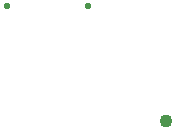
<source format=gbr>
%TF.GenerationSoftware,KiCad,Pcbnew,(6.0.2)*%
%TF.CreationDate,2022-04-22T09:08:28+08:00*%
%TF.ProjectId,usb-nvme,7573622d-6e76-46d6-952e-6b696361645f,rev?*%
%TF.SameCoordinates,Original*%
%TF.FileFunction,NonPlated,1,4,NPTH,Drill*%
%TF.FilePolarity,Positive*%
%FSLAX46Y46*%
G04 Gerber Fmt 4.6, Leading zero omitted, Abs format (unit mm)*
G04 Created by KiCad (PCBNEW (6.0.2)) date 2022-04-22 09:08:28*
%MOMM*%
%LPD*%
G01*
G04 APERTURE LIST*
%TA.AperFunction,ComponentDrill*%
%ADD10C,0.550000*%
%TD*%
%TA.AperFunction,ComponentDrill*%
%ADD11C,1.100000*%
%TD*%
G04 APERTURE END LIST*
D10*
%TO.C,J1*%
X7600000Y-4947500D03*
X14400000Y-4947500D03*
D11*
%TO.C,J2*%
X21000000Y-14725000D03*
M02*

</source>
